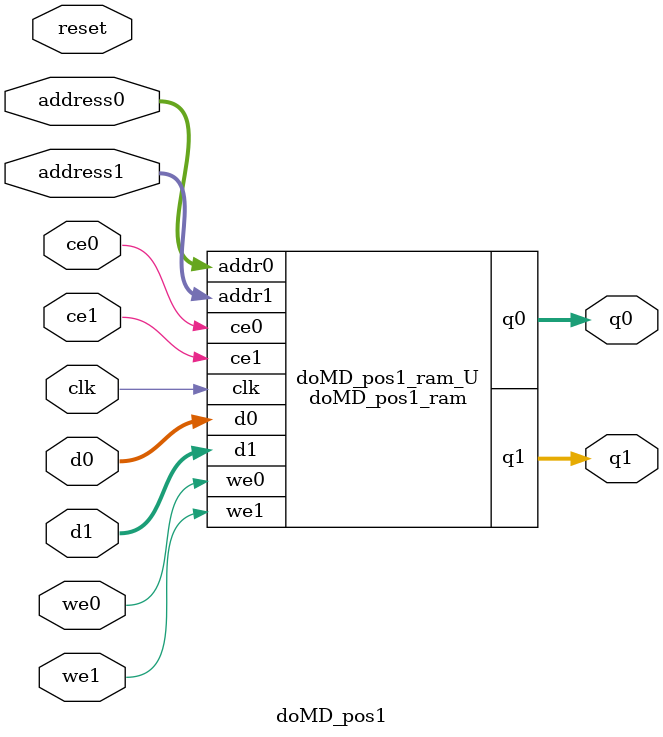
<source format=v>

`timescale 1 ns / 1 ps
module doMD_pos1_ram (addr0, ce0, d0, we0, q0, addr1, ce1, d1, we1, q1,  clk);

parameter DWIDTH = 32;
parameter AWIDTH = 7;
parameter MEM_SIZE = 96;

input[AWIDTH-1:0] addr0;
input ce0;
input[DWIDTH-1:0] d0;
input we0;
output reg[DWIDTH-1:0] q0;
input[AWIDTH-1:0] addr1;
input ce1;
input[DWIDTH-1:0] d1;
input we1;
output reg[DWIDTH-1:0] q1;
input clk;

(* ram_style = "block" *)reg [DWIDTH-1:0] ram[0:MEM_SIZE-1];




always @(posedge clk)  
begin 
    if (ce0) 
    begin
        if (we0) 
        begin 
            ram[addr0] <= d0; 
            q0 <= d0;
        end 
        else 
            q0 <= ram[addr0];
    end
end


always @(posedge clk)  
begin 
    if (ce1) 
    begin
        if (we1) 
        begin 
            ram[addr1] <= d1; 
            q1 <= d1;
        end 
        else 
            q1 <= ram[addr1];
    end
end


endmodule


`timescale 1 ns / 1 ps
module doMD_pos1(
    reset,
    clk,
    address0,
    ce0,
    we0,
    d0,
    q0,
    address1,
    ce1,
    we1,
    d1,
    q1);

parameter DataWidth = 32'd32;
parameter AddressRange = 32'd96;
parameter AddressWidth = 32'd7;
input reset;
input clk;
input[AddressWidth - 1:0] address0;
input ce0;
input we0;
input[DataWidth - 1:0] d0;
output[DataWidth - 1:0] q0;
input[AddressWidth - 1:0] address1;
input ce1;
input we1;
input[DataWidth - 1:0] d1;
output[DataWidth - 1:0] q1;



doMD_pos1_ram doMD_pos1_ram_U(
    .clk( clk ),
    .addr0( address0 ),
    .ce0( ce0 ),
    .d0( d0 ),
    .we0( we0 ),
    .q0( q0 ),
    .addr1( address1 ),
    .ce1( ce1 ),
    .d1( d1 ),
    .we1( we1 ),
    .q1( q1 ));

endmodule


</source>
